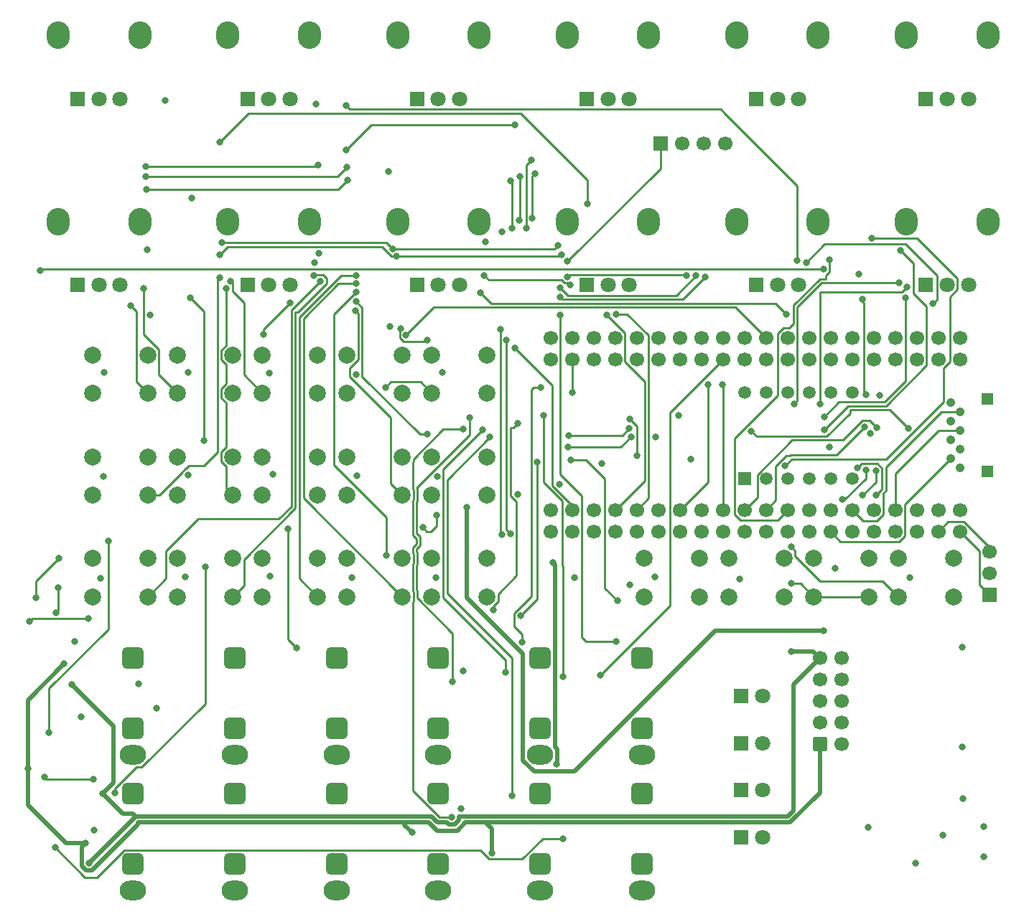
<source format=gbr>
%TF.GenerationSoftware,KiCad,Pcbnew,9.0.1*%
%TF.CreationDate,2025-08-04T13:54:25+01:00*%
%TF.ProjectId,dk2_06,646b325f-3036-42e6-9b69-6361645f7063,rev?*%
%TF.SameCoordinates,Original*%
%TF.FileFunction,Copper,L1,Top*%
%TF.FilePolarity,Positive*%
%FSLAX46Y46*%
G04 Gerber Fmt 4.6, Leading zero omitted, Abs format (unit mm)*
G04 Created by KiCad (PCBNEW 9.0.1) date 2025-08-04 13:54:25*
%MOMM*%
%LPD*%
G01*
G04 APERTURE LIST*
G04 Aperture macros list*
%AMRoundRect*
0 Rectangle with rounded corners*
0 $1 Rounding radius*
0 $2 $3 $4 $5 $6 $7 $8 $9 X,Y pos of 4 corners*
0 Add a 4 corners polygon primitive as box body*
4,1,4,$2,$3,$4,$5,$6,$7,$8,$9,$2,$3,0*
0 Add four circle primitives for the rounded corners*
1,1,$1+$1,$2,$3*
1,1,$1+$1,$4,$5*
1,1,$1+$1,$6,$7*
1,1,$1+$1,$8,$9*
0 Add four rect primitives between the rounded corners*
20,1,$1+$1,$2,$3,$4,$5,0*
20,1,$1+$1,$4,$5,$6,$7,0*
20,1,$1+$1,$6,$7,$8,$9,0*
20,1,$1+$1,$8,$9,$2,$3,0*%
G04 Aperture macros list end*
%TA.AperFunction,ComponentPad*%
%ADD10C,2.000000*%
%TD*%
%TA.AperFunction,ComponentPad*%
%ADD11O,3.100000X2.300000*%
%TD*%
%TA.AperFunction,ComponentPad*%
%ADD12RoundRect,0.650000X-0.650000X-0.650000X0.650000X-0.650000X0.650000X0.650000X-0.650000X0.650000X0*%
%TD*%
%TA.AperFunction,ComponentPad*%
%ADD13R,1.500000X1.500000*%
%TD*%
%TA.AperFunction,ComponentPad*%
%ADD14C,1.500000*%
%TD*%
%TA.AperFunction,ComponentPad*%
%ADD15C,1.050000*%
%TD*%
%TA.AperFunction,ComponentPad*%
%ADD16R,1.350000X1.350000*%
%TD*%
%TA.AperFunction,ComponentPad*%
%ADD17R,1.800000X1.800000*%
%TD*%
%TA.AperFunction,ComponentPad*%
%ADD18C,1.800000*%
%TD*%
%TA.AperFunction,ComponentPad*%
%ADD19R,1.700000X1.700000*%
%TD*%
%TA.AperFunction,ComponentPad*%
%ADD20C,1.700000*%
%TD*%
%TA.AperFunction,ComponentPad*%
%ADD21RoundRect,0.250000X-0.600000X-0.600000X0.600000X-0.600000X0.600000X0.600000X-0.600000X0.600000X0*%
%TD*%
%TA.AperFunction,ComponentPad*%
%ADD22O,2.720000X3.240000*%
%TD*%
%TA.AperFunction,ViaPad*%
%ADD23C,0.800000*%
%TD*%
%TA.AperFunction,Conductor*%
%ADD24C,0.250000*%
%TD*%
%TA.AperFunction,Conductor*%
%ADD25C,0.500000*%
%TD*%
G04 APERTURE END LIST*
D10*
%TO.P,SW10,1,1*%
%TO.N,+3.3V*%
X119250000Y-95250000D03*
X125750000Y-95250000D03*
%TO.P,SW10,2,2*%
%TO.N,Net-(U5-D1)*%
X119250000Y-99750000D03*
X125750000Y-99750000D03*
%TD*%
%TO.P,SW8,1,1*%
%TO.N,+3.3V*%
X99250000Y-95250000D03*
X105750000Y-95250000D03*
%TO.P,SW8,2,2*%
%TO.N,Net-(U4-D7)*%
X99250000Y-99750000D03*
X105750000Y-99750000D03*
%TD*%
D11*
%TO.P,J1,S*%
%TO.N,GND*%
X96000000Y-130400000D03*
D12*
%TO.P,J1,T*%
%TO.N,TRIGGER_OUT_1_EURO*%
X96000000Y-119000000D03*
%TO.P,J1,TN*%
%TO.N,unconnected-(J1-PadTN)*%
X96000000Y-127300000D03*
%TD*%
D11*
%TO.P,J12,S*%
%TO.N,GND*%
X132000000Y-130400000D03*
D12*
%TO.P,J12,T*%
%TO.N,Net-(J12-PadT)*%
X132000000Y-119000000D03*
%TO.P,J12,TN*%
%TO.N,GND*%
X132000000Y-127300000D03*
%TD*%
D11*
%TO.P,J11,S*%
%TO.N,GND*%
X120000000Y-130400000D03*
D12*
%TO.P,J11,T*%
%TO.N,Net-(J11-PadT)*%
X120000000Y-119000000D03*
%TO.P,J11,TN*%
%TO.N,GND*%
X120000000Y-127300000D03*
%TD*%
D10*
%TO.P,SW19,1,1*%
%TO.N,+3.3V*%
X174250000Y-107250000D03*
X180750000Y-107250000D03*
%TO.P,SW19,2,2*%
%TO.N,Net-(U10-D2)*%
X174250000Y-111750000D03*
X180750000Y-111750000D03*
%TD*%
D11*
%TO.P,J9,S*%
%TO.N,GND*%
X144000000Y-146400000D03*
D12*
%TO.P,J9,T*%
%TO.N,EURO_OUT_2*%
X144000000Y-135000000D03*
%TO.P,J9,TN*%
%TO.N,unconnected-(J9-PadTN)*%
X144000000Y-143300000D03*
%TD*%
D10*
%TO.P,SW3,1,1*%
%TO.N,+3.3V*%
X99250000Y-83250000D03*
X105750000Y-83250000D03*
%TO.P,SW3,2,2*%
%TO.N,Net-(U4-D2)*%
X99250000Y-87750000D03*
X105750000Y-87750000D03*
%TD*%
D11*
%TO.P,J3,S*%
%TO.N,GND*%
X84000000Y-130400000D03*
D12*
%TO.P,J3,T*%
%TO.N,SYNC_IN_EURO*%
X84000000Y-119000000D03*
%TO.P,J3,TN*%
%TO.N,unconnected-(J3-PadTN)*%
X84000000Y-127300000D03*
%TD*%
D10*
%TO.P,SW9,1,1*%
%TO.N,+3.3V*%
X109250000Y-95250000D03*
X115750000Y-95250000D03*
%TO.P,SW9,2,2*%
%TO.N,Net-(U5-D0)*%
X109250000Y-99750000D03*
X115750000Y-99750000D03*
%TD*%
D11*
%TO.P,J13,S*%
%TO.N,GND*%
X120000000Y-146400000D03*
D12*
%TO.P,J13,T*%
%TO.N,Net-(J13-PadT)*%
X120000000Y-135000000D03*
%TO.P,J13,TN*%
%TO.N,GND*%
X120000000Y-143300000D03*
%TD*%
D11*
%TO.P,J14,S*%
%TO.N,GND*%
X132000000Y-146400000D03*
D12*
%TO.P,J14,T*%
%TO.N,Net-(J14-PadT)*%
X132000000Y-135000000D03*
%TO.P,J14,TN*%
%TO.N,GND*%
X132000000Y-143300000D03*
%TD*%
D10*
%TO.P,SW6,1,1*%
%TO.N,+3.3V*%
X79250000Y-95250000D03*
X85750000Y-95250000D03*
%TO.P,SW6,2,2*%
%TO.N,Net-(U4-D5)*%
X79250000Y-99750000D03*
X85750000Y-99750000D03*
%TD*%
%TO.P,SW17,1,1*%
%TO.N,+3.3V*%
X154250000Y-107250000D03*
X160750000Y-107250000D03*
%TO.P,SW17,2,2*%
%TO.N,Net-(U10-D0)*%
X154250000Y-111750000D03*
X160750000Y-111750000D03*
%TD*%
%TO.P,SW1,1,1*%
%TO.N,+3.3V*%
X79250000Y-83250000D03*
X85750000Y-83250000D03*
%TO.P,SW1,2,2*%
%TO.N,Net-(U4-D0)*%
X79250000Y-87750000D03*
X85750000Y-87750000D03*
%TD*%
D13*
%TO.P,U3,1,e*%
%TO.N,Net-(U3-e)*%
X156150000Y-97810000D03*
D14*
%TO.P,U3,2,d*%
%TO.N,Net-(U3-d)*%
X158690000Y-97810000D03*
%TO.P,U3,3,DPX*%
%TO.N,Net-(U3-DPX)*%
X161230000Y-97810000D03*
%TO.P,U3,4,c*%
%TO.N,Net-(U3-c)*%
X163770000Y-97810000D03*
%TO.P,U3,5,g*%
%TO.N,Net-(U3-g)*%
X166310000Y-97810000D03*
%TO.P,U3,6,CA4*%
%TO.N,Net-(U2-QD)*%
X168850000Y-97810000D03*
%TO.P,U3,7,b*%
%TO.N,Net-(U3-b)*%
X168850000Y-87650000D03*
%TO.P,U3,8,CA3*%
%TO.N,Net-(U2-QC)*%
X166310000Y-87650000D03*
%TO.P,U3,9,CA2*%
%TO.N,Net-(U2-QB)*%
X163770000Y-87650000D03*
%TO.P,U3,10,f*%
%TO.N,Net-(U3-f)*%
X161230000Y-87650000D03*
%TO.P,U3,11,a*%
%TO.N,Net-(U3-a)*%
X158690000Y-87650000D03*
%TO.P,U3,12,CA1*%
%TO.N,Net-(U2-QA)*%
X156150000Y-87650000D03*
%TD*%
D15*
%TO.P,J5,1,DAT2*%
%TO.N,unconnected-(J5-DAT2-Pad1)*%
X181550000Y-96550000D03*
%TO.P,J5,2,DAT3/CD*%
%TO.N,SD_CHIP_SELECT*%
X180450000Y-95450000D03*
%TO.P,J5,3,CMD*%
%TO.N,SD_SERIAL_IN*%
X181550000Y-94350000D03*
%TO.P,J5,4,VDD*%
%TO.N,+3.3V*%
X180450000Y-93250000D03*
%TO.P,J5,5,CLK*%
%TO.N,SD_CLOCK*%
X181550000Y-92150000D03*
%TO.P,J5,6,VSS*%
%TO.N,GND*%
X180450000Y-91050000D03*
%TO.P,J5,7,DAT0*%
%TO.N,SD_SERIAL_OUT*%
X181550000Y-89950000D03*
%TO.P,J5,8,DAT1*%
%TO.N,unconnected-(J5-DAT1-Pad8)*%
X180450000Y-88850000D03*
D16*
%TO.P,J5,9,SHIELD*%
%TO.N,GND*%
X184720000Y-97000000D03*
X184720000Y-88400000D03*
%TD*%
D17*
%TO.P,D3,1,K*%
%TO.N,GND*%
X155725000Y-134600000D03*
D18*
%TO.P,D3,2,A*%
%TO.N,Net-(D3-A)*%
X158265000Y-134600000D03*
%TD*%
D11*
%TO.P,J6,S*%
%TO.N,GND*%
X96000000Y-146400000D03*
D12*
%TO.P,J6,T*%
%TO.N,TRIGGER_OUT_3_EURO*%
X96000000Y-135000000D03*
%TO.P,J6,TN*%
%TO.N,unconnected-(J6-PadTN)*%
X96000000Y-143300000D03*
%TD*%
D10*
%TO.P,SW15,1,1*%
%TO.N,+3.3V*%
X119250000Y-107250000D03*
X125750000Y-107250000D03*
%TO.P,SW15,2,2*%
%TO.N,Net-(U5-D6)*%
X119250000Y-111750000D03*
X125750000Y-111750000D03*
%TD*%
%TO.P,SW13,1,1*%
%TO.N,+3.3V*%
X99250000Y-107250000D03*
X105750000Y-107250000D03*
%TO.P,SW13,2,2*%
%TO.N,Net-(U5-D4)*%
X99250000Y-111750000D03*
X105750000Y-111750000D03*
%TD*%
%TO.P,SW18,1,1*%
%TO.N,+3.3V*%
X164250000Y-107250000D03*
X170750000Y-107250000D03*
%TO.P,SW18,2,2*%
%TO.N,Net-(U10-D1)*%
X164250000Y-111750000D03*
X170750000Y-111750000D03*
%TD*%
%TO.P,SW11,1,1*%
%TO.N,+3.3V*%
X79250000Y-107250000D03*
X85750000Y-107250000D03*
%TO.P,SW11,2,2*%
%TO.N,Net-(U5-D2)*%
X79250000Y-111750000D03*
X85750000Y-111750000D03*
%TD*%
%TO.P,SW2,1,1*%
%TO.N,+3.3V*%
X89250000Y-83250000D03*
X95750000Y-83250000D03*
%TO.P,SW2,2,2*%
%TO.N,Net-(U4-D1)*%
X89250000Y-87750000D03*
X95750000Y-87750000D03*
%TD*%
%TO.P,SW7,1,1*%
%TO.N,+3.3V*%
X89250000Y-95250000D03*
X95750000Y-95250000D03*
%TO.P,SW7,2,2*%
%TO.N,Net-(U4-D6)*%
X89250000Y-99750000D03*
X95750000Y-99750000D03*
%TD*%
D17*
%TO.P,D2,1,K*%
%TO.N,GND*%
X155725000Y-129050000D03*
D18*
%TO.P,D2,2,A*%
%TO.N,Net-(D2-A)*%
X158265000Y-129050000D03*
%TD*%
D17*
%TO.P,D1,1,K*%
%TO.N,GND*%
X155725000Y-123500000D03*
D18*
%TO.P,D1,2,A*%
%TO.N,Net-(D1-A)*%
X158265000Y-123500000D03*
%TD*%
D11*
%TO.P,J4,S*%
%TO.N,GND*%
X144000000Y-130400000D03*
D12*
%TO.P,J4,T*%
%TO.N,EURO_OUT_1*%
X144000000Y-119000000D03*
%TO.P,J4,TN*%
%TO.N,unconnected-(J4-PadTN)*%
X144000000Y-127300000D03*
%TD*%
D10*
%TO.P,SW12,1,1*%
%TO.N,+3.3V*%
X89250000Y-107250000D03*
X95750000Y-107250000D03*
%TO.P,SW12,2,2*%
%TO.N,Net-(U5-D3)*%
X89250000Y-111750000D03*
X95750000Y-111750000D03*
%TD*%
D17*
%TO.P,D4,1,K*%
%TO.N,GND*%
X155725000Y-140150000D03*
D18*
%TO.P,D4,2,A*%
%TO.N,Net-(D4-A)*%
X158265000Y-140150000D03*
%TD*%
D10*
%TO.P,SW4,1,1*%
%TO.N,+3.3V*%
X109250000Y-83250000D03*
X115750000Y-83250000D03*
%TO.P,SW4,2,2*%
%TO.N,Net-(U4-D3)*%
X109250000Y-87750000D03*
X115750000Y-87750000D03*
%TD*%
D11*
%TO.P,J7,S*%
%TO.N,GND*%
X108000000Y-146400000D03*
D12*
%TO.P,J7,T*%
%TO.N,TRIGGER_OUT_4_EURO*%
X108000000Y-135000000D03*
%TO.P,J7,TN*%
%TO.N,unconnected-(J7-PadTN)*%
X108000000Y-143300000D03*
%TD*%
D11*
%TO.P,J2,S*%
%TO.N,GND*%
X108000000Y-130400000D03*
D12*
%TO.P,J2,T*%
%TO.N,TRIGGER_OUT_2_EURO*%
X108000000Y-119000000D03*
%TO.P,J2,TN*%
%TO.N,unconnected-(J2-PadTN)*%
X108000000Y-127300000D03*
%TD*%
D10*
%TO.P,SW5,1,1*%
%TO.N,+3.3V*%
X119250000Y-83250000D03*
X125750000Y-83250000D03*
%TO.P,SW5,2,2*%
%TO.N,Net-(U4-D4)*%
X119250000Y-87750000D03*
X125750000Y-87750000D03*
%TD*%
%TO.P,SW16,1,1*%
%TO.N,+3.3V*%
X144250000Y-107250000D03*
X150750000Y-107250000D03*
%TO.P,SW16,2,2*%
%TO.N,Net-(U5-D7)*%
X144250000Y-111750000D03*
X150750000Y-111750000D03*
%TD*%
D11*
%TO.P,J8,S*%
%TO.N,GND*%
X84000000Y-146400000D03*
D12*
%TO.P,J8,T*%
%TO.N,SYNC_OUT_EURO*%
X84000000Y-135000000D03*
%TO.P,J8,TN*%
%TO.N,unconnected-(J8-PadTN)*%
X84000000Y-143300000D03*
%TD*%
D10*
%TO.P,SW14,1,1*%
%TO.N,+3.3V*%
X109250000Y-107250000D03*
X115750000Y-107250000D03*
%TO.P,SW14,2,2*%
%TO.N,Net-(U5-D5)*%
X109250000Y-111750000D03*
X115750000Y-111750000D03*
%TD*%
D19*
%TO.P,J10,1,Pin_1*%
%TO.N,SERIAL_TX*%
X185000000Y-111540000D03*
D20*
%TO.P,J10,2,Pin_2*%
%TO.N,GND*%
X185000000Y-109000000D03*
%TO.P,J10,3,Pin_3*%
%TO.N,SERIAL_RX*%
X185000000Y-106460000D03*
%TD*%
D21*
%TO.P,J16,1,Pin_1*%
%TO.N,-12V*%
X165000000Y-129180000D03*
D20*
%TO.P,J16,2,Pin_2*%
X167540000Y-129180000D03*
%TO.P,J16,3,Pin_3*%
%TO.N,GND*%
X165000000Y-126640000D03*
%TO.P,J16,4,Pin_4*%
X167540000Y-126640000D03*
%TO.P,J16,5,Pin_5*%
X165000000Y-124100000D03*
%TO.P,J16,6,Pin_6*%
X167540000Y-124100000D03*
%TO.P,J16,7,Pin_7*%
X165000000Y-121560000D03*
%TO.P,J16,8,Pin_8*%
X167540000Y-121560000D03*
%TO.P,J16,9,Pin_9*%
%TO.N,+12V*%
X165000000Y-119020000D03*
%TO.P,J16,10,Pin_10*%
X167540000Y-119020000D03*
%TD*%
D19*
%TO.P,J15,1,Pin_1*%
%TO.N,Net-(J15-Pin_1)*%
X146190000Y-58250000D03*
D20*
%TO.P,J15,2,Pin_2*%
%TO.N,Net-(J15-Pin_2)*%
X148730000Y-58250000D03*
%TO.P,J15,3,Pin_3*%
%TO.N,Net-(J15-Pin_3)*%
X151270000Y-58250000D03*
%TO.P,J15,4,Pin_4*%
%TO.N,Net-(J15-Pin_4)*%
X153810000Y-58250000D03*
%TD*%
%TO.P,A1,1,GPIO0*%
%TO.N,SERIAL_TX*%
X181490000Y-104070000D03*
X181490000Y-101530000D03*
%TO.P,A1,2,GPIO1*%
%TO.N,SERIAL_RX*%
X178950000Y-104070000D03*
X178950000Y-101530000D03*
%TO.P,A1,3,GND*%
%TO.N,GND*%
X176410000Y-104070000D03*
X176410000Y-101530000D03*
%TO.P,A1,4,GPIO2*%
%TO.N,SD_CLOCK*%
X173870000Y-104070000D03*
X173870000Y-101530000D03*
%TO.P,A1,5,GPIO3*%
%TO.N,SD_SERIAL_IN*%
X171330000Y-104070000D03*
X171330000Y-101530000D03*
%TO.P,A1,6,GPIO4*%
%TO.N,SD_SERIAL_OUT*%
X168790000Y-104070000D03*
X168790000Y-101530000D03*
%TO.P,A1,7,GPIO5*%
%TO.N,SD_CHIP_SELECT*%
X166250000Y-104070000D03*
X166250000Y-101530000D03*
%TO.P,A1,8,GND*%
%TO.N,GND*%
X163710000Y-104070000D03*
X163710000Y-101530000D03*
%TO.P,A1,9,GPIO6*%
%TO.N,595_DATA*%
X161170000Y-104070000D03*
X161170000Y-101530000D03*
%TO.P,A1,10,GPIO7*%
%TO.N,595_CLOCK*%
X158630000Y-104070000D03*
X158630000Y-101530000D03*
%TO.P,A1,11,GPIO8*%
%TO.N,595_LATCH*%
X156090000Y-104070000D03*
X156090000Y-101530000D03*
%TO.P,A1,12,GPIO9*%
%TO.N,DAC_DOUT*%
X153550000Y-104070000D03*
X153550000Y-101530000D03*
%TO.P,A1,13,GND*%
%TO.N,GND*%
X151010000Y-104070000D03*
X151010000Y-101530000D03*
%TO.P,A1,14,GPIO10*%
%TO.N,DAC_BCLK*%
X148470000Y-104070000D03*
X148470000Y-101530000D03*
%TO.P,A1,15,GPIO11*%
%TO.N,DAC_LRC*%
X145930000Y-104070000D03*
X145930000Y-101530000D03*
%TO.P,A1,16,GPIO12*%
%TO.N,165_LOAD*%
X143390000Y-104070000D03*
X143390000Y-101530000D03*
%TO.P,A1,17,GPIO13*%
%TO.N,165_CLOCK*%
X140850000Y-104070000D03*
X140850000Y-101530000D03*
%TO.P,A1,18,GND*%
%TO.N,GND*%
X138310000Y-104070000D03*
X138310000Y-101530000D03*
%TO.P,A1,19,GPIO14*%
%TO.N,165_DATA*%
X135770000Y-104070000D03*
X135770000Y-101530000D03*
%TO.P,A1,20,GPIO15*%
%TO.N,TRIGGER_OUT_1*%
X133230000Y-104070000D03*
X133230000Y-101530000D03*
%TO.P,A1,21,GPIO16*%
%TO.N,SYNC_IN*%
X133230000Y-83750000D03*
X133230000Y-81210000D03*
%TO.P,A1,22,GPIO17*%
%TO.N,SYNC_OUT*%
X135770000Y-83750000D03*
X135770000Y-81210000D03*
%TO.P,A1,23,GND*%
%TO.N,GND*%
X138310000Y-83750000D03*
X138310000Y-81210000D03*
%TO.P,A1,24,GPIO18*%
%TO.N,TRIGGER_OUT_4*%
X140850000Y-83750000D03*
X140850000Y-81210000D03*
%TO.P,A1,25,GPIO19*%
%TO.N,4051_ADDRESS_A*%
X143390000Y-83750000D03*
X143390000Y-81210000D03*
%TO.P,A1,26,GPIO20*%
%TO.N,4051_ADDRESS_B*%
X145930000Y-83750000D03*
X145930000Y-81210000D03*
%TO.P,A1,27,GPIO21*%
%TO.N,4051_ADDRESS_C*%
X148470000Y-83750000D03*
X148470000Y-81210000D03*
%TO.P,A1,28,GND*%
%TO.N,GND*%
X151010000Y-83750000D03*
X151010000Y-81210000D03*
%TO.P,A1,29,GPIO22*%
%TO.N,TRIGGER_OUT_3*%
X153550000Y-83750000D03*
X153550000Y-81210000D03*
%TO.P,A1,30,RUN*%
%TO.N,unconnected-(A1-RUN-Pad30)_1*%
X156090000Y-83750000D03*
%TO.N,unconnected-(A1-RUN-Pad30)*%
X156090000Y-81210000D03*
%TO.P,A1,31,GPIO26_ADC0*%
%TO.N,4051_READING_0*%
X158630000Y-83750000D03*
X158630000Y-81210000D03*
%TO.P,A1,32,GPIO27_ADC1*%
%TO.N,4051_READING_1*%
X161170000Y-83750000D03*
X161170000Y-81210000D03*
%TO.P,A1,33,AGND*%
%TO.N,GND*%
X163710000Y-83750000D03*
X163710000Y-81210000D03*
%TO.P,A1,34,GPIO28_ADC2*%
%TO.N,TRIGGER_OUT_2*%
X166250000Y-83750000D03*
X166250000Y-81210000D03*
%TO.P,A1,35,ADC_VREF*%
%TO.N,unconnected-(A1-ADC_VREF-Pad35)_1*%
X168790000Y-83750000D03*
%TO.N,unconnected-(A1-ADC_VREF-Pad35)*%
X168790000Y-81210000D03*
%TO.P,A1,36,3V3*%
%TO.N,+3.3V*%
X171330000Y-83750000D03*
X171330000Y-81210000D03*
%TO.P,A1,37,3V3_EN*%
%TO.N,unconnected-(A1-3V3_EN-Pad37)_1*%
X173870000Y-83750000D03*
%TO.N,unconnected-(A1-3V3_EN-Pad37)*%
X173870000Y-81210000D03*
%TO.P,A1,38,GND*%
%TO.N,GND*%
X176410000Y-83750000D03*
X176410000Y-81210000D03*
%TO.P,A1,39,VSYS*%
%TO.N,+5V*%
X178950000Y-83750000D03*
X178950000Y-81210000D03*
%TO.P,A1,40,VBUS*%
%TO.N,unconnected-(A1-VBUS-Pad40)*%
X181490000Y-83750000D03*
%TO.N,unconnected-(A1-VBUS-Pad40)_1*%
X181490000Y-81210000D03*
%TD*%
D22*
%TO.P,RV1,*%
%TO.N,*%
X75200000Y-45500000D03*
X84800000Y-45500000D03*
D17*
%TO.P,RV1,1,1*%
%TO.N,+3.3V*%
X77500000Y-53000000D03*
D18*
%TO.P,RV1,2,2*%
%TO.N,Net-(U6-A0)*%
X80000000Y-53000000D03*
%TO.P,RV1,3,3*%
%TO.N,GND*%
X82500000Y-53000000D03*
%TD*%
D22*
%TO.P,RV2,*%
%TO.N,*%
X95200000Y-45500000D03*
X104800000Y-45500000D03*
D17*
%TO.P,RV2,1,1*%
%TO.N,+3.3V*%
X97500000Y-53000000D03*
D18*
%TO.P,RV2,2,2*%
%TO.N,Net-(U6-A1)*%
X100000000Y-53000000D03*
%TO.P,RV2,3,3*%
%TO.N,GND*%
X102500000Y-53000000D03*
%TD*%
D22*
%TO.P,RV3,*%
%TO.N,*%
X115200000Y-45500000D03*
X124800000Y-45500000D03*
D17*
%TO.P,RV3,1,1*%
%TO.N,+3.3V*%
X117500000Y-53000000D03*
D18*
%TO.P,RV3,2,2*%
%TO.N,Net-(U6-A2)*%
X120000000Y-53000000D03*
%TO.P,RV3,3,3*%
%TO.N,GND*%
X122500000Y-53000000D03*
%TD*%
D22*
%TO.P,RV4,*%
%TO.N,*%
X135200000Y-45500000D03*
X144800000Y-45500000D03*
D17*
%TO.P,RV4,1,1*%
%TO.N,+3.3V*%
X137500000Y-53000000D03*
D18*
%TO.P,RV4,2,2*%
%TO.N,Net-(U6-A3)*%
X140000000Y-53000000D03*
%TO.P,RV4,3,3*%
%TO.N,GND*%
X142500000Y-53000000D03*
%TD*%
D22*
%TO.P,RV5,*%
%TO.N,*%
X75200000Y-67500000D03*
X84800000Y-67500000D03*
D17*
%TO.P,RV5,1,1*%
%TO.N,+3.3V*%
X77500000Y-75000000D03*
D18*
%TO.P,RV5,2,2*%
%TO.N,Net-(U6-A4)*%
X80000000Y-75000000D03*
%TO.P,RV5,3,3*%
%TO.N,GND*%
X82500000Y-75000000D03*
%TD*%
D22*
%TO.P,RV6,*%
%TO.N,*%
X95200000Y-67500000D03*
X104800000Y-67500000D03*
D17*
%TO.P,RV6,1,1*%
%TO.N,+3.3V*%
X97500000Y-75000000D03*
D18*
%TO.P,RV6,2,2*%
%TO.N,Net-(U6-A5)*%
X100000000Y-75000000D03*
%TO.P,RV6,3,3*%
%TO.N,GND*%
X102500000Y-75000000D03*
%TD*%
D22*
%TO.P,RV7,*%
%TO.N,*%
X115200000Y-67500000D03*
X124800000Y-67500000D03*
D17*
%TO.P,RV7,1,1*%
%TO.N,+3.3V*%
X117500000Y-75000000D03*
D18*
%TO.P,RV7,2,2*%
%TO.N,Net-(U6-A6)*%
X120000000Y-75000000D03*
%TO.P,RV7,3,3*%
%TO.N,GND*%
X122500000Y-75000000D03*
%TD*%
D22*
%TO.P,RV8,*%
%TO.N,*%
X135200000Y-67500000D03*
X144800000Y-67500000D03*
D17*
%TO.P,RV8,1,1*%
%TO.N,+3.3V*%
X137500000Y-75000000D03*
D18*
%TO.P,RV8,2,2*%
%TO.N,Net-(U6-A7)*%
X140000000Y-75000000D03*
%TO.P,RV8,3,3*%
%TO.N,GND*%
X142500000Y-75000000D03*
%TD*%
D22*
%TO.P,RV9,*%
%TO.N,*%
X155200000Y-45500000D03*
X164800000Y-45500000D03*
D17*
%TO.P,RV9,1,1*%
%TO.N,+3.3V*%
X157500000Y-53000000D03*
D18*
%TO.P,RV9,2,2*%
%TO.N,Net-(U9-A0)*%
X160000000Y-53000000D03*
%TO.P,RV9,3,3*%
%TO.N,GND*%
X162500000Y-53000000D03*
%TD*%
D22*
%TO.P,RV10,*%
%TO.N,*%
X175200000Y-45500000D03*
X184800000Y-45500000D03*
D17*
%TO.P,RV10,1,1*%
%TO.N,+3.3V*%
X177500000Y-53000000D03*
D18*
%TO.P,RV10,2,2*%
%TO.N,Net-(U9-A1)*%
X180000000Y-53000000D03*
%TO.P,RV10,3,3*%
%TO.N,GND*%
X182500000Y-53000000D03*
%TD*%
D22*
%TO.P,RV11,*%
%TO.N,*%
X155200000Y-67500000D03*
X164800000Y-67500000D03*
D17*
%TO.P,RV11,1,1*%
%TO.N,+3.3V*%
X157500000Y-75000000D03*
D18*
%TO.P,RV11,2,2*%
%TO.N,Net-(U9-A2)*%
X160000000Y-75000000D03*
%TO.P,RV11,3,3*%
%TO.N,GND*%
X162500000Y-75000000D03*
%TD*%
D22*
%TO.P,RV12,*%
%TO.N,*%
X175200000Y-67500000D03*
X184800000Y-67500000D03*
D17*
%TO.P,RV12,1,1*%
%TO.N,+3.3V*%
X177500000Y-75000000D03*
D18*
%TO.P,RV12,2,2*%
%TO.N,Net-(U9-A3)*%
X180000000Y-75000000D03*
%TO.P,RV12,3,3*%
%TO.N,GND*%
X182500000Y-75000000D03*
%TD*%
D23*
%TO.N,CV_IN_3*%
X131100000Y-67100000D03*
X131400000Y-61800000D03*
X128700000Y-135200000D03*
X126100000Y-92900000D03*
%TO.N,GND*%
X90500000Y-85300000D03*
X110400000Y-97500000D03*
X179500000Y-139900000D03*
X142540619Y-110359594D03*
X119875000Y-97600000D03*
X181800000Y-117700000D03*
X136100000Y-109500000D03*
X125600000Y-69900000D03*
X181800000Y-129500000D03*
X181900000Y-135600000D03*
X145600000Y-92900000D03*
X114300000Y-79900000D03*
X120500000Y-85300000D03*
X86025000Y-78500000D03*
X119700000Y-109500000D03*
X184300000Y-138900000D03*
X184300000Y-142400000D03*
X90500000Y-97400000D03*
X80600000Y-85300000D03*
X90200000Y-109400000D03*
X155500000Y-109700000D03*
X149800000Y-95500000D03*
X84700000Y-122000000D03*
X100200000Y-109300000D03*
X80200000Y-109600000D03*
X172000000Y-88000000D03*
X175600000Y-109500000D03*
X139300000Y-96000000D03*
X169600000Y-73700000D03*
X176300000Y-143200000D03*
X77900000Y-125900000D03*
X145500000Y-109400000D03*
X166100000Y-94100000D03*
X170700000Y-139000000D03*
X109800000Y-109500000D03*
X114100000Y-61600000D03*
X100500000Y-97300000D03*
X100100000Y-85400000D03*
X134300000Y-98500000D03*
X105400000Y-72300000D03*
X166796991Y-108398002D03*
X90900000Y-64700000D03*
X80500000Y-97600000D03*
X129400000Y-99700000D03*
X110300000Y-85500000D03*
X77100000Y-117000000D03*
X148300000Y-90400000D03*
X79400000Y-139300000D03*
%TO.N,CV_IN_4*%
X129649000Y-62200000D03*
X121600000Y-137800000D03*
X129500000Y-67300000D03*
X122975000Y-92000000D03*
%TO.N,+12V*%
X80400000Y-135000000D03*
X76800000Y-122100000D03*
X78800000Y-143200000D03*
X161600000Y-118200000D03*
%TO.N,595_DATA*%
X166100000Y-72000000D03*
%TO.N,595_CLOCK*%
X170400000Y-87900000D03*
X170050000Y-76650000D03*
X170300000Y-91700000D03*
%TO.N,595_LATCH*%
X171700000Y-91824000D03*
%TO.N,165_LOAD*%
X94500000Y-70000000D03*
X114600000Y-70700000D03*
X141000000Y-78400000D03*
X134100000Y-70300000D03*
%TO.N,165_CLOCK*%
X139900000Y-78500000D03*
X134500000Y-71400000D03*
X94200000Y-71400000D03*
X115100000Y-71600000D03*
%TO.N,165_DATA*%
X129000000Y-82400000D03*
%TO.N,+5V*%
X123400000Y-101200000D03*
X165400000Y-115800000D03*
%TO.N,4051_ADDRESS_A*%
X85500000Y-61000000D03*
X105800000Y-60800000D03*
%TO.N,4051_ADDRESS_B*%
X85500000Y-62200000D03*
X109200000Y-61100000D03*
%TO.N,4051_ADDRESS_C*%
X85600000Y-63700000D03*
X109300000Y-62600000D03*
%TO.N,4051_READING_0*%
X116200000Y-80900000D03*
%TO.N,4051_READING_1*%
X161000000Y-78400000D03*
X125000000Y-75900000D03*
%TO.N,+3.3VDAC*%
X143400000Y-95100000D03*
X142587347Y-90812653D03*
%TO.N,Net-(U2-QF)*%
X171600000Y-96900000D03*
X170000000Y-99800000D03*
%TO.N,Net-(U2-QG)*%
X167600000Y-100300000D03*
X170400000Y-96800000D03*
%TO.N,Net-(U2-QH)*%
X169422826Y-96587553D03*
X171600000Y-99800000D03*
%TO.N,Net-(U2-QA)*%
X175400000Y-91900000D03*
X156900000Y-92200000D03*
%TO.N,LINE_OUT_L*%
X129700000Y-114000000D03*
X131675000Y-95900000D03*
%TO.N,LINE_OUT_R*%
X135600000Y-95600000D03*
X141103436Y-112243249D03*
%TO.N,-12V*%
X75900000Y-119700000D03*
X116900000Y-139600000D03*
X126300000Y-142000000D03*
X133975000Y-131500000D03*
X78400000Y-140800000D03*
X71600000Y-132000000D03*
X133500000Y-107700000D03*
%TO.N,CV_IN_1*%
X127900000Y-120700000D03*
X125200000Y-92100000D03*
X131000000Y-60200000D03*
X130375000Y-68300000D03*
%TO.N,CV_IN_2*%
X128500000Y-62700000D03*
X123700000Y-90600000D03*
X128700000Y-68300000D03*
X121700000Y-121800000D03*
%TO.N,DAC_BCLK*%
X151800000Y-86700000D03*
%TO.N,TRIGGER_OUT_1*%
X118175999Y-103601304D03*
X74900000Y-113613347D03*
X119800000Y-102100000D03*
X75200000Y-110700000D03*
%TO.N,DAC_DOUT*%
X153500000Y-86700000D03*
%TO.N,TRIGGER_OUT_2*%
X165400000Y-73100000D03*
X73100000Y-73300000D03*
%TO.N,TRIGGER_OUT_3*%
X139100000Y-121000000D03*
X81100000Y-105200000D03*
X74117920Y-127817493D03*
%TO.N,TRIGGER_OUT_4*%
X81900000Y-134900000D03*
X92500000Y-108200000D03*
X129400000Y-91300000D03*
X126500000Y-113300000D03*
%TO.N,SYNC_OUT*%
X74804114Y-141375001D03*
X134700000Y-140300000D03*
X135800000Y-87700000D03*
X134700000Y-121200000D03*
X132400000Y-90400000D03*
%TO.N,+3.3V*%
X170980667Y-92518670D03*
X122700000Y-136800000D03*
X105900000Y-71200000D03*
X127500000Y-68700000D03*
X87800000Y-53200000D03*
X105600000Y-53600000D03*
X86800000Y-124900000D03*
X122900000Y-120500000D03*
X85700000Y-70800000D03*
%TO.N,SYNC_IN*%
X132100000Y-87100000D03*
X129900000Y-117100000D03*
%TO.N,Net-(U5-D0)*%
X110200000Y-78000000D03*
%TO.N,Net-(J15-Pin_1)*%
X135200000Y-72200000D03*
%TO.N,Net-(U5-D1)*%
X118700000Y-92600000D03*
X110300000Y-76900000D03*
%TO.N,Net-(U5-D2)*%
X106100000Y-74500000D03*
%TO.N,Net-(U5-D3)*%
X105300000Y-73825000D03*
%TO.N,Net-(U5-D4)*%
X110300000Y-73825000D03*
%TO.N,Net-(U5-D5)*%
X110300000Y-74825003D03*
%TO.N,Net-(U5-D6)*%
X110300000Y-75825006D03*
X113900000Y-106900000D03*
%TO.N,/Shift register in 1/DATA_OUT*%
X99400000Y-80800000D03*
X102537347Y-77037347D03*
%TO.N,Net-(J15-Pin_3)*%
X134400000Y-75300000D03*
X150400000Y-73900000D03*
%TO.N,Net-(J15-Pin_2)*%
X135200000Y-74000000D03*
X149300000Y-73825000D03*
%TO.N,/Shift register in 2/DATA_OUT*%
X118700000Y-81500000D03*
X115600000Y-80100000D03*
%TO.N,Net-(J15-Pin_4)*%
X151500000Y-74000000D03*
X134400000Y-76424000D03*
%TO.N,Net-(U1-QG)*%
X175100000Y-76500000D03*
X165500000Y-90500000D03*
%TO.N,12V DETECTION*%
X141000000Y-117000000D03*
X134400000Y-78500000D03*
X125400000Y-73825000D03*
X135549001Y-74937125D03*
%TO.N,Net-(U1-QH)*%
X163400000Y-72300000D03*
X178300000Y-77200000D03*
%TO.N,Net-(U1-QB)*%
X165000000Y-89000000D03*
X175300000Y-75200000D03*
%TO.N,Net-(U1-QC)*%
X174500000Y-70900000D03*
X165500000Y-92100000D03*
%TO.N,Net-(U1-QD)*%
X160900000Y-96300000D03*
X171100000Y-69449000D03*
%TO.N,Net-(U1-QF)*%
X174300000Y-74700000D03*
X161969000Y-89000000D03*
%TO.N,Net-(U4-D0)*%
X83700000Y-77400000D03*
%TO.N,Net-(U4-D1)*%
X85300000Y-75400000D03*
%TO.N,Net-(U4-D2)*%
X95500000Y-74500000D03*
%TO.N,Net-(U4-D4)*%
X113800000Y-87025000D03*
%TO.N,Net-(U4-D5)*%
X94200000Y-74100000D03*
%TO.N,Net-(U4-D6)*%
X95000000Y-75400000D03*
%TO.N,Net-(U4-D7)*%
X90800000Y-76506000D03*
X92400000Y-93300000D03*
%TO.N,Net-(U10-D1)*%
X127500000Y-104400000D03*
X127300000Y-80200000D03*
X161600000Y-110200000D03*
%TO.N,Net-(R66-Pad1)*%
X103300000Y-117800000D03*
X75300000Y-107200000D03*
X102300000Y-103750000D03*
X72600000Y-111900000D03*
%TO.N,Net-(R67-Pad1)*%
X71800000Y-114700000D03*
X78761653Y-114338347D03*
%TO.N,Net-(R72-Pad1)*%
X79300000Y-133300000D03*
X73569258Y-133050000D03*
%TO.N,Net-(U10-D2)*%
X128025000Y-81500000D03*
X128500000Y-104300000D03*
X161621000Y-105900000D03*
%TO.N,Net-(U14-OUTL)*%
X142716931Y-92876189D03*
X135316566Y-94118741D03*
%TO.N,Net-(U14-OUTR)*%
X142500000Y-91900000D03*
X135400000Y-92700000D03*
%TO.N,Net-(U6-A7)*%
X94200000Y-58100000D03*
X137600000Y-65400000D03*
%TO.N,Net-(U9-A2)*%
X162300000Y-72100000D03*
X109113481Y-53798225D03*
%TO.N,Net-(U9-A3)*%
X129000000Y-56100000D03*
X109100000Y-59061000D03*
%TD*%
D24*
%TO.N,CV_IN_3*%
X128700000Y-135200000D02*
X128700000Y-118973280D01*
X131100000Y-62100000D02*
X131100000Y-67100000D01*
X131400000Y-61800000D02*
X131100000Y-62100000D01*
X121051000Y-97949000D02*
X126100000Y-92900000D01*
X128700000Y-118973280D02*
X121051000Y-111324280D01*
X121051000Y-111324280D02*
X121051000Y-97949000D01*
%TO.N,CV_IN_4*%
X129649000Y-67151000D02*
X129500000Y-67300000D01*
X117000000Y-99124752D02*
X117076000Y-99200752D01*
X117076000Y-99200752D02*
X117076000Y-100299248D01*
X117000000Y-107875248D02*
X117000000Y-111124752D01*
X117426000Y-104899280D02*
X117426000Y-105500720D01*
X129649000Y-62200000D02*
X129649000Y-67151000D01*
X117000000Y-106624752D02*
X117076000Y-106700752D01*
X117076000Y-112299248D02*
X117000000Y-112375248D01*
X122975000Y-92000000D02*
X120600000Y-92000000D01*
X120600000Y-92000000D02*
X117076000Y-95524000D01*
X117000000Y-134680274D02*
X120119726Y-137800000D01*
X117076000Y-107799248D02*
X117000000Y-107875248D01*
X120119726Y-137800000D02*
X121600000Y-137800000D01*
X117426000Y-105500720D02*
X117000000Y-105926720D01*
X117076000Y-106700752D02*
X117076000Y-107799248D01*
X117076000Y-95524000D02*
X117076000Y-95799248D01*
X117000000Y-95875248D02*
X117000000Y-99124752D01*
X117076000Y-95799248D02*
X117000000Y-95875248D01*
X117000000Y-105926720D02*
X117000000Y-106624752D01*
X117000000Y-111124752D02*
X117076000Y-111200752D01*
X117076000Y-100299248D02*
X117000000Y-100375248D01*
X117000000Y-100375248D02*
X117000000Y-104474000D01*
X117000720Y-104474000D02*
X117426000Y-104899280D01*
X117076000Y-111200752D02*
X117076000Y-112299248D01*
X117000000Y-104474000D02*
X117000720Y-104474000D01*
X117000000Y-112375248D02*
X117000000Y-134680274D01*
D25*
%TO.N,+12V*%
X80400000Y-135000000D02*
X82800000Y-137400000D01*
X84300000Y-137700000D02*
X78800000Y-143200000D01*
X161600000Y-118200000D02*
X164180000Y-118200000D01*
X122451000Y-138152496D02*
X121952496Y-138651000D01*
X161900000Y-122120000D02*
X161900000Y-137000000D01*
X84000000Y-137400000D02*
X84300000Y-137700000D01*
X81700000Y-127000000D02*
X76800000Y-122100000D01*
X81700000Y-133700000D02*
X81700000Y-127000000D01*
X161200000Y-137700000D02*
X122451000Y-137700000D01*
X122451000Y-137700000D02*
X122451000Y-138152496D01*
X161900000Y-137000000D02*
X161200000Y-137700000D01*
X121247504Y-138651000D02*
X120972504Y-138376000D01*
X165000000Y-119020000D02*
X161900000Y-122120000D01*
X164180000Y-118200000D02*
X165000000Y-119020000D01*
X82800000Y-137400000D02*
X84000000Y-137400000D01*
X120972504Y-138376000D02*
X119881138Y-138376000D01*
X119881138Y-138376000D02*
X119205138Y-137700000D01*
X121952496Y-138651000D02*
X121247504Y-138651000D01*
X119205138Y-137700000D02*
X84300000Y-137700000D01*
X80400000Y-135000000D02*
X81700000Y-133700000D01*
D24*
%TO.N,SD_CLOCK*%
X181550000Y-92150000D02*
X178950000Y-92150000D01*
X178950000Y-92150000D02*
X173870000Y-97230000D01*
X173870000Y-97230000D02*
X173870000Y-101530000D01*
%TO.N,SD_SERIAL_OUT*%
X179327000Y-89950000D02*
X172777000Y-96500000D01*
X171723116Y-102800000D02*
X170060000Y-102800000D01*
X170060000Y-102800000D02*
X168790000Y-101530000D01*
X181550000Y-89950000D02*
X179327000Y-89950000D01*
X172777000Y-99260810D02*
X172506000Y-99531810D01*
X172506000Y-99531810D02*
X172506000Y-102017116D01*
X172777000Y-96500000D02*
X172777000Y-99260810D01*
X172506000Y-102017116D02*
X171723116Y-102800000D01*
%TO.N,SD_CHIP_SELECT*%
X174357116Y-105246000D02*
X167426000Y-105246000D01*
X167426000Y-105246000D02*
X166250000Y-104070000D01*
X175046000Y-100854000D02*
X175046000Y-104557116D01*
X175046000Y-104557116D02*
X174357116Y-105246000D01*
X180450000Y-95450000D02*
X175046000Y-100854000D01*
%TO.N,595_DATA*%
X154914000Y-93040000D02*
X159994000Y-87960000D01*
X155602884Y-102706000D02*
X154914000Y-102017116D01*
X165013190Y-74249000D02*
X165700720Y-74249000D01*
X159994000Y-87960000D02*
X159994000Y-80722884D01*
X165700720Y-74249000D02*
X165700720Y-73826000D01*
X166126000Y-73400720D02*
X166126000Y-72026000D01*
X159994000Y-80722884D02*
X160682884Y-80034000D01*
X161170000Y-101530000D02*
X159994000Y-102706000D01*
X154914000Y-102017116D02*
X154914000Y-93040000D01*
X161366000Y-80034000D02*
X161895000Y-79505000D01*
X161895000Y-79505000D02*
X161895000Y-77367190D01*
X166126000Y-72026000D02*
X166100000Y-72000000D01*
X160682884Y-80034000D02*
X161366000Y-80034000D01*
X161895000Y-77367190D02*
X165013190Y-74249000D01*
X165700720Y-73826000D02*
X166126000Y-73400720D01*
X159994000Y-102706000D02*
X155602884Y-102706000D01*
%TO.N,595_CLOCK*%
X170050000Y-76650000D02*
X170050000Y-76942000D01*
X159766000Y-100394000D02*
X159766000Y-96407280D01*
X170154000Y-77046000D02*
X170154000Y-87654000D01*
X170154000Y-87654000D02*
X170400000Y-87900000D01*
X161462190Y-95100000D02*
X161513190Y-95049000D01*
X161513190Y-95049000D02*
X166951000Y-95049000D01*
X158630000Y-101530000D02*
X159766000Y-100394000D01*
X161073280Y-95100000D02*
X161462190Y-95100000D01*
X166951000Y-95049000D02*
X170300000Y-91700000D01*
X170050000Y-76942000D02*
X170154000Y-77046000D01*
X159766000Y-96407280D02*
X161073280Y-95100000D01*
%TO.N,595_LATCH*%
X156090000Y-101530000D02*
X157614000Y-100006000D01*
X170850000Y-90974000D02*
X171700000Y-91824000D01*
X161701306Y-93277000D02*
X167696280Y-93277000D01*
X157614000Y-97364306D02*
X161701306Y-93277000D01*
X169999280Y-90974000D02*
X170850000Y-90974000D01*
X157614000Y-100006000D02*
X157614000Y-97364306D01*
X167696280Y-93277000D02*
X169999280Y-90974000D01*
%TO.N,165_LOAD*%
X143390000Y-101530000D02*
X144800000Y-100120000D01*
X144754000Y-83262884D02*
X144800000Y-83216884D01*
X144754000Y-80910884D02*
X142243116Y-78400000D01*
X142243116Y-78400000D02*
X141000000Y-78400000D01*
X144800000Y-83216884D02*
X144800000Y-81743116D01*
X144800000Y-100120000D02*
X144800000Y-84283116D01*
X114600000Y-70700000D02*
X133700000Y-70700000D01*
X144754000Y-81697116D02*
X144754000Y-80910884D01*
X94500000Y-70000000D02*
X113900000Y-70000000D01*
X144800000Y-81743116D02*
X144754000Y-81697116D01*
X144800000Y-84283116D02*
X144754000Y-84237116D01*
X133700000Y-70700000D02*
X134100000Y-70300000D01*
X113900000Y-70000000D02*
X114600000Y-70700000D01*
X144754000Y-84237116D02*
X144754000Y-83262884D01*
%TO.N,165_CLOCK*%
X142026000Y-80626000D02*
X139900000Y-78500000D01*
X144349000Y-98031000D02*
X144349000Y-86372116D01*
X115100000Y-71600000D02*
X134300000Y-71600000D01*
X114473280Y-71600000D02*
X115100000Y-71600000D01*
X113347280Y-70474000D02*
X114473280Y-71600000D01*
X140850000Y-101530000D02*
X144349000Y-98031000D01*
X134300000Y-71600000D02*
X134500000Y-71400000D01*
X144349000Y-86372116D02*
X142026000Y-84049116D01*
X95126000Y-70474000D02*
X113347280Y-70474000D01*
X94200000Y-71400000D02*
X95126000Y-70474000D01*
X142026000Y-84049116D02*
X142026000Y-80626000D01*
%TO.N,165_DATA*%
X133400000Y-98626720D02*
X135770000Y-100996720D01*
X129000000Y-82400000D02*
X133400000Y-86800000D01*
X135770000Y-100996720D02*
X135770000Y-101530000D01*
X133400000Y-86800000D02*
X133400000Y-98626720D01*
D25*
%TO.N,+5V*%
X152642950Y-115800000D02*
X165400000Y-115800000D01*
X123400000Y-111900000D02*
X129999000Y-118499000D01*
X129999000Y-118499000D02*
X129999000Y-131063156D01*
X131286844Y-132351000D02*
X136091950Y-132351000D01*
X129999000Y-131063156D02*
X131286844Y-132351000D01*
X136091950Y-132351000D02*
X152642950Y-115800000D01*
X123400000Y-101200000D02*
X123400000Y-111900000D01*
D24*
%TO.N,4051_ADDRESS_A*%
X105600000Y-61000000D02*
X105800000Y-60800000D01*
X85500000Y-61000000D02*
X105600000Y-61000000D01*
%TO.N,4051_ADDRESS_B*%
X108100000Y-62200000D02*
X109200000Y-61100000D01*
X85500000Y-62200000D02*
X108100000Y-62200000D01*
%TO.N,4051_ADDRESS_C*%
X85600000Y-63700000D02*
X108200000Y-63700000D01*
X108200000Y-63700000D02*
X109300000Y-62600000D01*
%TO.N,4051_READING_0*%
X155020000Y-77600000D02*
X158630000Y-81210000D01*
X116200000Y-80900000D02*
X119500000Y-77600000D01*
X119500000Y-77600000D02*
X155020000Y-77600000D01*
%TO.N,4051_READING_1*%
X161000000Y-78400000D02*
X159800000Y-77200000D01*
X155206810Y-77149000D02*
X126249000Y-77149000D01*
X159800000Y-77200000D02*
X155257810Y-77200000D01*
X126249000Y-77149000D02*
X125000000Y-75900000D01*
X155257810Y-77200000D02*
X155206810Y-77149000D01*
%TO.N,+3.3VDAC*%
X143442931Y-95057069D02*
X143400000Y-95100000D01*
X143442931Y-91668237D02*
X143442931Y-95057069D01*
X142587347Y-90812653D02*
X143442931Y-91668237D01*
%TO.N,Net-(U2-QF)*%
X170000000Y-99800000D02*
X171600000Y-98200000D01*
X171600000Y-98200000D02*
X171600000Y-96900000D01*
%TO.N,Net-(U2-QG)*%
X167600000Y-100300000D02*
X167881694Y-100300000D01*
X170400000Y-97781694D02*
X170400000Y-96800000D01*
X167881694Y-100300000D02*
X170400000Y-97781694D01*
%TO.N,Net-(U2-QH)*%
X172326000Y-99074000D02*
X172326000Y-96599280D01*
X169936379Y-96074000D02*
X169422826Y-96587553D01*
X172326000Y-96599280D02*
X171800720Y-96074000D01*
X171800720Y-96074000D02*
X169936379Y-96074000D01*
X171600000Y-99800000D02*
X172326000Y-99074000D01*
%TO.N,Net-(U2-QA)*%
X168535810Y-90090910D02*
X165800720Y-92826000D01*
X156900000Y-92200000D02*
X157526000Y-92826000D01*
X168535810Y-89702000D02*
X168535810Y-90090910D01*
X175400000Y-91900000D02*
X173202000Y-89702000D01*
X165800720Y-92826000D02*
X157526000Y-92826000D01*
X173202000Y-89702000D02*
X168535810Y-89702000D01*
%TO.N,LINE_OUT_L*%
X131675000Y-112025000D02*
X129700000Y-114000000D01*
X131675000Y-95900000D02*
X131675000Y-112025000D01*
%TO.N,LINE_OUT_R*%
X139600720Y-97800720D02*
X137400000Y-95600000D01*
X137400000Y-95600000D02*
X135700000Y-95600000D01*
X139600720Y-110740533D02*
X139600720Y-97800720D01*
X141103436Y-112243249D02*
X139600720Y-110740533D01*
X135700000Y-95600000D02*
X135600000Y-95600000D01*
D25*
%TO.N,-12V*%
X125600000Y-138400000D02*
X123194860Y-138400000D01*
X84590364Y-138613132D02*
X79152496Y-144051000D01*
X123194860Y-138400000D02*
X122242860Y-139352000D01*
X79152496Y-144051000D02*
X78447504Y-144051000D01*
X119852000Y-139352000D02*
X118901000Y-138401000D01*
X161491364Y-138400000D02*
X125600000Y-138400000D01*
X133975000Y-131225000D02*
X134001000Y-131199000D01*
X122242860Y-139352000D02*
X119852000Y-139352000D01*
X71600000Y-132000000D02*
X71600000Y-136300000D01*
X116000000Y-138700000D02*
X116900000Y-139600000D01*
X134001000Y-131199000D02*
X134001000Y-129736844D01*
X78447504Y-144051000D02*
X77949000Y-143552496D01*
X116000000Y-138401000D02*
X84590364Y-138401000D01*
X133975000Y-131500000D02*
X133975000Y-131225000D01*
X75900000Y-119700000D02*
X71600000Y-124000000D01*
X71600000Y-124000000D02*
X71600000Y-132000000D01*
X77949000Y-141251000D02*
X78400000Y-140800000D01*
X71600000Y-136300000D02*
X76100000Y-140800000D01*
X76100000Y-140800000D02*
X78400000Y-140800000D01*
X116000000Y-138401000D02*
X116000000Y-138700000D01*
X84590364Y-138401000D02*
X84590364Y-138613132D01*
X165000000Y-129180000D02*
X165000000Y-134891364D01*
X133751000Y-107951000D02*
X133500000Y-107700000D01*
X165000000Y-134891364D02*
X161491364Y-138400000D01*
X134001000Y-129736844D02*
X133751000Y-129486844D01*
X77949000Y-143552496D02*
X77949000Y-141251000D01*
X126300000Y-139100000D02*
X125600000Y-138400000D01*
X133751000Y-129486844D02*
X133751000Y-107951000D01*
X118901000Y-138401000D02*
X116000000Y-138401000D01*
X126300000Y-142000000D02*
X126300000Y-139100000D01*
D24*
%TO.N,CV_IN_1*%
X131000000Y-60200000D02*
X130374000Y-60826000D01*
X130374000Y-68299000D02*
X130375000Y-68300000D01*
X127900000Y-120700000D02*
X127900000Y-119200000D01*
X127900000Y-119200000D02*
X120600000Y-111900000D01*
X130374000Y-60826000D02*
X130374000Y-68299000D01*
X120600000Y-96700000D02*
X125200000Y-92100000D01*
X120600000Y-111900000D02*
X120600000Y-96700000D01*
%TO.N,CV_IN_2*%
X117451000Y-110937942D02*
X117451000Y-108062058D01*
X128700000Y-62900000D02*
X128700000Y-68300000D01*
X117527000Y-107986058D02*
X117527000Y-106513942D01*
X117451000Y-98937942D02*
X117451000Y-98924248D01*
X123700000Y-92301720D02*
X123701000Y-92300720D01*
X117877000Y-104712470D02*
X117451000Y-104286470D01*
X123700000Y-92675248D02*
X123700000Y-92301720D01*
X117527000Y-111013942D02*
X117451000Y-110937942D01*
X121700000Y-121800000D02*
X121700000Y-116075248D01*
X121700000Y-116075248D02*
X117527000Y-111902248D01*
X117451000Y-104286470D02*
X117451000Y-100562058D01*
X117451000Y-106437942D02*
X117451000Y-106113530D01*
X117527000Y-100486058D02*
X117527000Y-99013942D01*
X117451000Y-108062058D02*
X117527000Y-107986058D01*
X117527000Y-111902248D02*
X117527000Y-111013942D01*
X123701000Y-92300720D02*
X123701000Y-91699280D01*
X117451000Y-98924248D02*
X123700000Y-92675248D01*
X117451000Y-106113530D02*
X117877000Y-105687530D01*
X117877000Y-105687530D02*
X117877000Y-104712470D01*
X123700000Y-91698280D02*
X123700000Y-90600000D01*
X128500000Y-62700000D02*
X128700000Y-62900000D01*
X117527000Y-106513942D02*
X117451000Y-106437942D01*
X123701000Y-91699280D02*
X123700000Y-91698280D01*
X117527000Y-99013942D02*
X117451000Y-98937942D01*
X117451000Y-100562058D02*
X117527000Y-100486058D01*
%TO.N,SERIAL_RX*%
X185000000Y-105916884D02*
X185000000Y-106460000D01*
X181977116Y-102894000D02*
X185000000Y-105916884D01*
X180126000Y-102894000D02*
X181977116Y-102894000D01*
X178950000Y-104070000D02*
X180126000Y-102894000D01*
%TO.N,DAC_BCLK*%
X148470000Y-101530000D02*
X151800000Y-98200000D01*
X151800000Y-98200000D02*
X151800000Y-86700000D01*
%TO.N,TRIGGER_OUT_1*%
X75200000Y-113313347D02*
X74900000Y-113613347D01*
X118175999Y-103601304D02*
X118648999Y-104074304D01*
X119800000Y-103375000D02*
X119800000Y-102100000D01*
X118648999Y-104074304D02*
X119100696Y-104074304D01*
X75200000Y-110700000D02*
X75200000Y-113313347D01*
X119100696Y-104074304D02*
X119800000Y-103375000D01*
%TO.N,DAC_DOUT*%
X153500000Y-86700000D02*
X153550000Y-86750000D01*
X153550000Y-86750000D02*
X153550000Y-101530000D01*
%TO.N,SERIAL_TX*%
X181490000Y-104070000D02*
X183824000Y-106404000D01*
X183824000Y-110364000D02*
X185000000Y-111540000D01*
X183824000Y-106404000D02*
X183824000Y-110364000D01*
%TO.N,TRIGGER_OUT_2*%
X73300000Y-73100000D02*
X73100000Y-73300000D01*
X165400000Y-73100000D02*
X73300000Y-73100000D01*
%TO.N,TRIGGER_OUT_3*%
X147294000Y-90006000D02*
X153550000Y-83750000D01*
X74117920Y-127817493D02*
X74117920Y-122582080D01*
X81100000Y-115600000D02*
X81100000Y-105200000D01*
X147294000Y-112806000D02*
X147294000Y-90006000D01*
X139100000Y-121000000D02*
X147294000Y-112806000D01*
X74117920Y-122582080D02*
X81100000Y-115600000D01*
%TO.N,TRIGGER_OUT_4*%
X126500000Y-112875248D02*
X127076000Y-112299248D01*
X128549000Y-91800000D02*
X128900000Y-91800000D01*
X84443726Y-131876000D02*
X85011379Y-131876000D01*
X128549000Y-99875720D02*
X128549000Y-91800000D01*
X81900000Y-134900000D02*
X81900000Y-134419726D01*
X92500000Y-124387379D02*
X92500000Y-108200000D01*
X126500000Y-113300000D02*
X126500000Y-112875248D01*
X85011379Y-131876000D02*
X92500000Y-124387379D01*
X127076000Y-112299248D02*
X127076000Y-111424000D01*
X129226000Y-100552720D02*
X128549000Y-99875720D01*
X128900000Y-91800000D02*
X129400000Y-91300000D01*
X129226000Y-109274000D02*
X129226000Y-100552720D01*
X127076000Y-111424000D02*
X129226000Y-109274000D01*
X81900000Y-134419726D02*
X84443726Y-131876000D01*
%TO.N,SYNC_OUT*%
X132400000Y-98264530D02*
X132400000Y-90400000D01*
X79719726Y-144900000D02*
X82945726Y-141674000D01*
X135800000Y-87700000D02*
X135800000Y-87300000D01*
X135800000Y-87300000D02*
X135770000Y-87270000D01*
X134700000Y-108200000D02*
X134594000Y-108094000D01*
X82945726Y-141674000D02*
X124947280Y-141674000D01*
X125999280Y-142726000D02*
X129893726Y-142726000D01*
X135770000Y-87270000D02*
X135770000Y-83750000D01*
X132319726Y-140300000D02*
X134700000Y-140300000D01*
X134594000Y-108094000D02*
X134594000Y-100458530D01*
X74804114Y-141375001D02*
X78329113Y-144900000D01*
X124947280Y-141674000D02*
X125999280Y-142726000D01*
X78329113Y-144900000D02*
X79719726Y-144900000D01*
X134700000Y-121200000D02*
X134700000Y-108200000D01*
X134594000Y-100458530D02*
X132400000Y-98264530D01*
X129893726Y-142726000D02*
X132319726Y-140300000D01*
%TO.N,SYNC_IN*%
X128974000Y-113699280D02*
X130949000Y-111724280D01*
X131200000Y-87100000D02*
X132100000Y-87100000D01*
X129900000Y-117100000D02*
X129900000Y-116200000D01*
X128974000Y-115274000D02*
X128974000Y-113699280D01*
X130949000Y-87351000D02*
X131200000Y-87100000D01*
X130949000Y-111724280D02*
X130949000Y-87351000D01*
X129900000Y-116200000D02*
X128974000Y-115274000D01*
%TO.N,Net-(U5-D0)*%
X109574000Y-85800720D02*
X109574000Y-84801248D01*
X115750000Y-99750000D02*
X114424000Y-98424000D01*
X109574000Y-84801248D02*
X110576000Y-83799248D01*
X114424000Y-90650720D02*
X109574000Y-85800720D01*
X110576000Y-83799248D02*
X110576000Y-78376000D01*
X114424000Y-98424000D02*
X114424000Y-90650720D01*
X110576000Y-78376000D02*
X110200000Y-78000000D01*
%TO.N,Net-(J15-Pin_1)*%
X146190000Y-61210000D02*
X146190000Y-58250000D01*
X135200000Y-72200000D02*
X146190000Y-61210000D01*
%TO.N,Net-(U5-D1)*%
X111026000Y-85800720D02*
X111026000Y-77626000D01*
X111026000Y-77626000D02*
X110300000Y-76900000D01*
X118700000Y-92600000D02*
X117825280Y-92600000D01*
X117825280Y-92600000D02*
X111026000Y-85800720D01*
%TO.N,Net-(U5-D2)*%
X91700000Y-102600000D02*
X101200000Y-102600000D01*
X87924000Y-106376000D02*
X91700000Y-102600000D01*
X87924000Y-109576000D02*
X87924000Y-106376000D01*
X102700000Y-77900000D02*
X106100000Y-74500000D01*
X102700000Y-101100000D02*
X102700000Y-77900000D01*
X85750000Y-111750000D02*
X87924000Y-109576000D01*
X101200000Y-102600000D02*
X102700000Y-101100000D01*
%TO.N,Net-(U5-D3)*%
X105351000Y-73774000D02*
X105300000Y-73825000D01*
X106826000Y-74199280D02*
X106400720Y-73774000D01*
X95750000Y-111750000D02*
X97076000Y-110424000D01*
X97076000Y-107361810D02*
X103151000Y-101286810D01*
X97076000Y-110424000D02*
X97076000Y-107361810D01*
X103151000Y-78149000D02*
X103477720Y-78149000D01*
X106826000Y-74800720D02*
X106826000Y-74199280D01*
X106400720Y-73774000D02*
X105351000Y-73774000D01*
X103151000Y-101286810D02*
X103151000Y-78149000D01*
X103477720Y-78149000D02*
X106826000Y-74800720D01*
%TO.N,Net-(U5-D4)*%
X103602000Y-109602000D02*
X103602000Y-80100000D01*
X103602000Y-80100000D02*
X103602000Y-78798000D01*
X103602000Y-78798000D02*
X108575000Y-73825000D01*
X105750000Y-111750000D02*
X103602000Y-109602000D01*
X108575000Y-73825000D02*
X110300000Y-73825000D01*
%TO.N,Net-(U5-D5)*%
X104100000Y-100100000D02*
X104100000Y-78937810D01*
X104100000Y-78937810D02*
X108212807Y-74825003D01*
X115750000Y-111750000D02*
X104100000Y-100100000D01*
X108212807Y-74825003D02*
X110300000Y-74825003D01*
%TO.N,Net-(U5-D6)*%
X113900000Y-106900000D02*
X113900000Y-102400000D01*
X107700000Y-78425006D02*
X110300000Y-75825006D01*
X107700000Y-96200000D02*
X107700000Y-78425006D01*
X113900000Y-102400000D02*
X107700000Y-96200000D01*
%TO.N,/Shift register in 1/DATA_OUT*%
X99400000Y-80174694D02*
X102537347Y-77037347D01*
X99400000Y-80800000D02*
X99400000Y-80174694D01*
%TO.N,Net-(J15-Pin_3)*%
X148074000Y-76226000D02*
X150400000Y-73900000D01*
X135326000Y-76226000D02*
X148074000Y-76226000D01*
X134400000Y-75300000D02*
X135326000Y-76226000D01*
%TO.N,Net-(J15-Pin_2)*%
X135200000Y-74000000D02*
X135426000Y-73774000D01*
X149249000Y-73774000D02*
X149300000Y-73825000D01*
X135426000Y-73774000D02*
X149249000Y-73774000D01*
%TO.N,/Shift register in 2/DATA_OUT*%
X115899280Y-81626000D02*
X118574000Y-81626000D01*
X118574000Y-81626000D02*
X118700000Y-81500000D01*
X115600000Y-80100000D02*
X115474000Y-80226000D01*
X115474000Y-81200720D02*
X115899280Y-81626000D01*
X115474000Y-80226000D02*
X115474000Y-81200720D01*
%TO.N,Net-(J15-Pin_4)*%
X148823000Y-76677000D02*
X151500000Y-74000000D01*
X134400000Y-76424000D02*
X134653000Y-76677000D01*
X134653000Y-76677000D02*
X148823000Y-76677000D01*
%TO.N,Net-(U1-QG)*%
X167200000Y-88800000D02*
X172600000Y-88800000D01*
X175100000Y-86300000D02*
X175100000Y-76500000D01*
X172600000Y-88800000D02*
X175100000Y-86300000D01*
X165500000Y-90500000D02*
X167200000Y-88800000D01*
%TO.N,12V DETECTION*%
X136946000Y-99846000D02*
X134406000Y-97306000D01*
X134573280Y-74400000D02*
X125975000Y-74400000D01*
X136946000Y-116554000D02*
X136946000Y-99846000D01*
X137392000Y-117000000D02*
X136946000Y-116554000D01*
X135337876Y-74726000D02*
X134899280Y-74726000D01*
X141000000Y-117000000D02*
X137392000Y-117000000D01*
X134400000Y-79000000D02*
X134406000Y-79006000D01*
X134406000Y-78506000D02*
X134400000Y-78500000D01*
X134406000Y-79006000D02*
X134406000Y-78506000D01*
X134406000Y-97306000D02*
X134406000Y-79006000D01*
X135549001Y-74937125D02*
X135337876Y-74726000D01*
X134899280Y-74726000D02*
X134573280Y-74400000D01*
X125975000Y-74400000D02*
X125400000Y-73825000D01*
%TO.N,Net-(U1-QH)*%
X178774000Y-73822000D02*
X178774000Y-76726000D01*
X165526000Y-70174000D02*
X175126000Y-70174000D01*
X178774000Y-76726000D02*
X178300000Y-77200000D01*
X175126000Y-70174000D02*
X178774000Y-73822000D01*
X163400000Y-72300000D02*
X165526000Y-70174000D01*
%TO.N,Net-(U1-QB)*%
X165000000Y-75800000D02*
X174700000Y-75800000D01*
X165000000Y-89000000D02*
X165000000Y-75800000D01*
X174700000Y-75800000D02*
X175300000Y-75200000D01*
%TO.N,Net-(U1-QC)*%
X172786810Y-89251000D02*
X177586000Y-84451810D01*
X176026000Y-75978000D02*
X176026000Y-72426000D01*
X168349000Y-89251000D02*
X172786810Y-89251000D01*
X177586000Y-84451810D02*
X177586000Y-77538000D01*
X165500000Y-92100000D02*
X168349000Y-89251000D01*
X177586000Y-77538000D02*
X176026000Y-75978000D01*
X176026000Y-72426000D02*
X174500000Y-70900000D01*
%TO.N,Net-(U1-QD)*%
X179599000Y-84764116D02*
X180314000Y-84049116D01*
X180314000Y-76419826D02*
X181226000Y-75507826D01*
X180314000Y-84049116D02*
X180314000Y-76419826D01*
X160900000Y-96300000D02*
X161700000Y-95500000D01*
X181226000Y-75507826D02*
X181226000Y-74226000D01*
X176449000Y-69449000D02*
X171100000Y-69449000D01*
X161700000Y-95500000D02*
X172826720Y-95500000D01*
X181226000Y-74226000D02*
X176449000Y-69449000D01*
X172826720Y-95500000D02*
X179599000Y-88727720D01*
X179599000Y-88727720D02*
X179599000Y-84764116D01*
%TO.N,Net-(U1-QF)*%
X162346000Y-77554000D02*
X165200000Y-74700000D01*
X162346000Y-88623000D02*
X162346000Y-77554000D01*
X161969000Y-89000000D02*
X162346000Y-88623000D01*
X165200000Y-74700000D02*
X174300000Y-74700000D01*
%TO.N,Net-(U4-D0)*%
X84424000Y-86424000D02*
X85750000Y-87750000D01*
X84424000Y-78124000D02*
X84424000Y-86424000D01*
X83700000Y-77400000D02*
X84424000Y-78124000D01*
%TO.N,Net-(U4-D1)*%
X85300000Y-80800000D02*
X85300000Y-75400000D01*
X89250000Y-87750000D02*
X87076000Y-85576000D01*
X87076000Y-85576000D02*
X87076000Y-82576000D01*
X87076000Y-82576000D02*
X85300000Y-80800000D01*
%TO.N,Net-(U4-D2)*%
X97076000Y-77050720D02*
X95726000Y-75700720D01*
X99250000Y-87750000D02*
X97076000Y-85576000D01*
X95726000Y-75700720D02*
X95726000Y-74726000D01*
X97076000Y-85576000D02*
X97076000Y-77050720D01*
X95726000Y-74726000D02*
X95500000Y-74500000D01*
%TO.N,Net-(U4-D4)*%
X117924000Y-86424000D02*
X119250000Y-87750000D01*
X113800000Y-87025000D02*
X114401000Y-86424000D01*
X114401000Y-86424000D02*
X117924000Y-86424000D01*
%TO.N,Net-(U4-D5)*%
X93973000Y-94727000D02*
X93973000Y-74327000D01*
X93973000Y-74327000D02*
X94200000Y-74100000D01*
X90600000Y-96300000D02*
X92400000Y-96300000D01*
X89774000Y-97099280D02*
X90199280Y-96674000D01*
X90199280Y-96674000D02*
X90226000Y-96674000D01*
X85750000Y-99750000D02*
X87150000Y-99750000D01*
X87150000Y-99750000D02*
X89774000Y-97126000D01*
X89774000Y-97126000D02*
X89774000Y-97099280D01*
X92400000Y-96300000D02*
X93973000Y-94727000D01*
X90226000Y-96674000D02*
X90600000Y-96300000D01*
%TO.N,Net-(U4-D6)*%
X95000000Y-88875248D02*
X95000000Y-94124752D01*
X95000000Y-94124752D02*
X94424000Y-94700752D01*
X95000000Y-86624752D02*
X94424000Y-87200752D01*
X94424000Y-94700752D02*
X94424000Y-95799248D01*
X94424000Y-95799248D02*
X95000000Y-96375248D01*
X95000000Y-75400000D02*
X95000000Y-82124752D01*
X95000000Y-99000000D02*
X95750000Y-99750000D01*
X94424000Y-87200752D02*
X94424000Y-88299248D01*
X95000000Y-84375248D02*
X95000000Y-86624752D01*
X94424000Y-83799248D02*
X95000000Y-84375248D01*
X95000000Y-82124752D02*
X94424000Y-82700752D01*
X95000000Y-96375248D02*
X95000000Y-99000000D01*
X94424000Y-88299248D02*
X95000000Y-88875248D01*
X94424000Y-82700752D02*
X94424000Y-83799248D01*
%TO.N,Net-(U4-D7)*%
X92400000Y-93300000D02*
X92400000Y-78106000D01*
X92400000Y-78106000D02*
X90800000Y-76506000D01*
%TO.N,Net-(U10-D1)*%
X162700000Y-110200000D02*
X164250000Y-111750000D01*
X127300000Y-103600000D02*
X127300000Y-80200000D01*
X164250000Y-111750000D02*
X170750000Y-111750000D01*
X127300000Y-103600000D02*
X127300000Y-104200000D01*
X161600000Y-110200000D02*
X162700000Y-110200000D01*
X127300000Y-104200000D02*
X127500000Y-104400000D01*
%TO.N,Net-(R66-Pad1)*%
X102300000Y-103750000D02*
X102300000Y-116800000D01*
X72600000Y-111900000D02*
X72600000Y-109900000D01*
X102300000Y-116800000D02*
X103300000Y-117800000D01*
X72600000Y-109900000D02*
X75300000Y-107200000D01*
%TO.N,Net-(R67-Pad1)*%
X72161653Y-114338347D02*
X71800000Y-114700000D01*
X78761653Y-114338347D02*
X72161653Y-114338347D01*
%TO.N,Net-(R72-Pad1)*%
X79300000Y-133300000D02*
X73819258Y-133300000D01*
X73819258Y-133300000D02*
X73569258Y-133050000D01*
%TO.N,Net-(U10-D2)*%
X174250000Y-111750000D02*
X172400000Y-109900000D01*
X128025000Y-103674000D02*
X128025000Y-81500000D01*
X162076000Y-106355000D02*
X162076000Y-106951248D01*
X162076000Y-106951248D02*
X165024752Y-109900000D01*
X161621000Y-105900000D02*
X162076000Y-106355000D01*
X128025000Y-103674000D02*
X128025000Y-103825000D01*
X128025000Y-103825000D02*
X128500000Y-104300000D01*
X165024752Y-109900000D02*
X172400000Y-109900000D01*
%TO.N,Net-(U14-OUTL)*%
X135316566Y-94118741D02*
X141474379Y-94118741D01*
X141474379Y-94118741D02*
X142716931Y-92876189D01*
%TO.N,Net-(U14-OUTR)*%
X135400000Y-92700000D02*
X141700000Y-92700000D01*
X141700000Y-92700000D02*
X142500000Y-91900000D01*
%TO.N,Net-(U6-A7)*%
X129700000Y-54700000D02*
X97600000Y-54700000D01*
X137600000Y-65400000D02*
X137600000Y-62600000D01*
X97600000Y-54700000D02*
X94200000Y-58100000D01*
X137600000Y-62600000D02*
X129700000Y-54700000D01*
%TO.N,Net-(U9-A2)*%
X153301000Y-54249000D02*
X109564256Y-54249000D01*
X153752000Y-54700000D02*
X153301000Y-54249000D01*
X162300000Y-72100000D02*
X162300000Y-63248000D01*
X162300000Y-63248000D02*
X153752000Y-54700000D01*
X109564256Y-54249000D02*
X109113481Y-53798225D01*
%TO.N,Net-(U9-A3)*%
X129000000Y-56100000D02*
X112061000Y-56100000D01*
X112061000Y-56100000D02*
X109100000Y-59061000D01*
%TD*%
M02*

</source>
